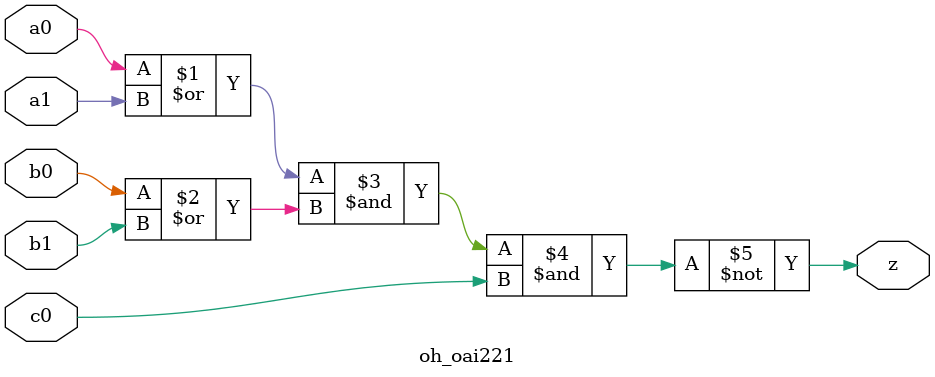
<source format=v>

module oh_oai221 #(parameter DW = 1 ) // array width
   (
    input [DW-1:0]  a0,
    input [DW-1:0]  a1,
    input [DW-1:0]  b0,
    input [DW-1:0]  b1,
    input [DW-1:0]  c0, 
    output [DW-1:0] z
    );
   
   assign z = ~((a0 | a1) & (b0 | b1) & (c0));
   
endmodule

</source>
